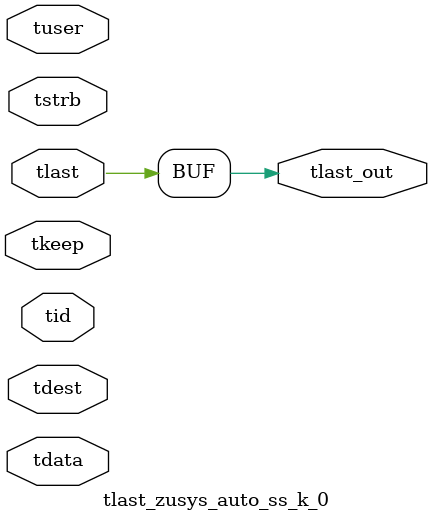
<source format=v>


`timescale 1ps/1ps

module tlast_zusys_auto_ss_k_0 #
(
parameter C_S_AXIS_TID_WIDTH   = 1,
parameter C_S_AXIS_TUSER_WIDTH = 0,
parameter C_S_AXIS_TDATA_WIDTH = 0,
parameter C_S_AXIS_TDEST_WIDTH = 0
)
(
input  [(C_S_AXIS_TID_WIDTH   == 0 ? 1 : C_S_AXIS_TID_WIDTH)-1:0       ] tid,
input  [(C_S_AXIS_TDATA_WIDTH == 0 ? 1 : C_S_AXIS_TDATA_WIDTH)-1:0     ] tdata,
input  [(C_S_AXIS_TUSER_WIDTH == 0 ? 1 : C_S_AXIS_TUSER_WIDTH)-1:0     ] tuser,
input  [(C_S_AXIS_TDEST_WIDTH == 0 ? 1 : C_S_AXIS_TDEST_WIDTH)-1:0     ] tdest,
input  [(C_S_AXIS_TDATA_WIDTH/8)-1:0 ] tkeep,
input  [(C_S_AXIS_TDATA_WIDTH/8)-1:0 ] tstrb,
input  [0:0]                                                             tlast,
output                                                                   tlast_out
);

assign tlast_out = {tlast[0]};

endmodule


</source>
